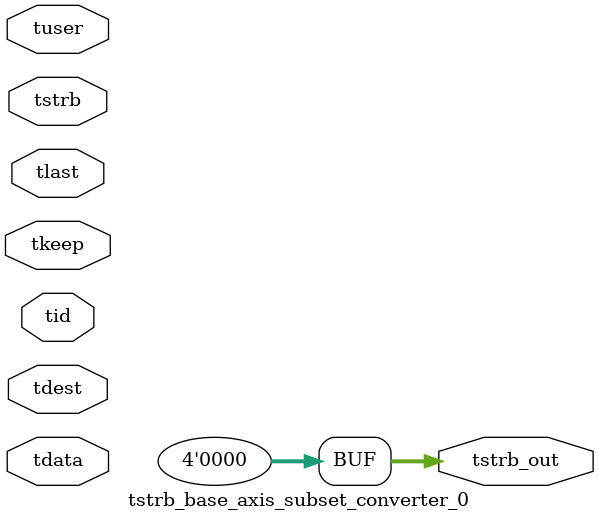
<source format=v>


`timescale 1ps/1ps

module tstrb_base_axis_subset_converter_0 #
(
parameter C_S_AXIS_TDATA_WIDTH = 32,
parameter C_S_AXIS_TUSER_WIDTH = 0,
parameter C_S_AXIS_TID_WIDTH   = 0,
parameter C_S_AXIS_TDEST_WIDTH = 0,
parameter C_M_AXIS_TDATA_WIDTH = 32
)
(
input  [(C_S_AXIS_TDATA_WIDTH == 0 ? 1 : C_S_AXIS_TDATA_WIDTH)-1:0     ] tdata,
input  [(C_S_AXIS_TUSER_WIDTH == 0 ? 1 : C_S_AXIS_TUSER_WIDTH)-1:0     ] tuser,
input  [(C_S_AXIS_TID_WIDTH   == 0 ? 1 : C_S_AXIS_TID_WIDTH)-1:0       ] tid,
input  [(C_S_AXIS_TDEST_WIDTH == 0 ? 1 : C_S_AXIS_TDEST_WIDTH)-1:0     ] tdest,
input  [(C_S_AXIS_TDATA_WIDTH/8)-1:0 ] tkeep,
input  [(C_S_AXIS_TDATA_WIDTH/8)-1:0 ] tstrb,
input                                                                    tlast,
output [(C_M_AXIS_TDATA_WIDTH/8)-1:0 ] tstrb_out
);

assign tstrb_out = {1'b0};

endmodule


</source>
